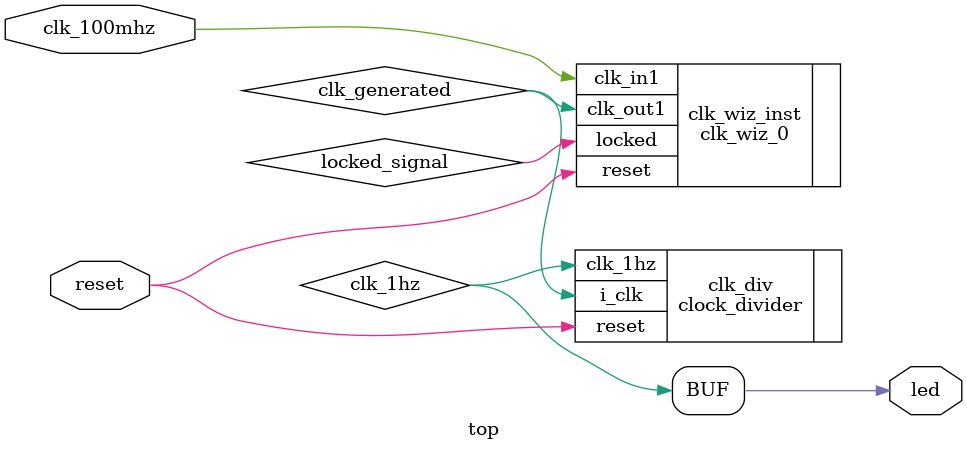
<source format=v>
module top (
    input wire clk_100mhz,  // 100 MHz input clock
    input wire reset,       // Reset signal
    output wire led         // LED output
);

    wire clk_generated;  // The processed clock output from Clocking Wizard
    wire locked_signal;  // Indicates when the generated clock is stable

    // Instantiate the Clocking Wizard-generated module
    clk_wiz_0 clk_wiz_inst (
        .clk_in1(clk_100mhz),      // Connect 100 MHz input clock
        .reset(reset),             // Reset signal
        .locked(locked_signal),    // Locked signal output
        .clk_out1(clk_generated)   // Generated clock output (100 MHz in this case)
    );

    wire clk_1hz;

    // Instantiate the clock divider (divides clk_generated to 1 Hz)
    clock_divider clk_div (
        .i_clk(clk_generated), // Use generated clock as input
        .reset(reset),         // Reset signal
        .clk_1hz(clk_1hz)      // Output 1 Hz clock
    );

    // LED toggles at 1 Hz
    assign led = clk_1hz;

endmodule



</source>
